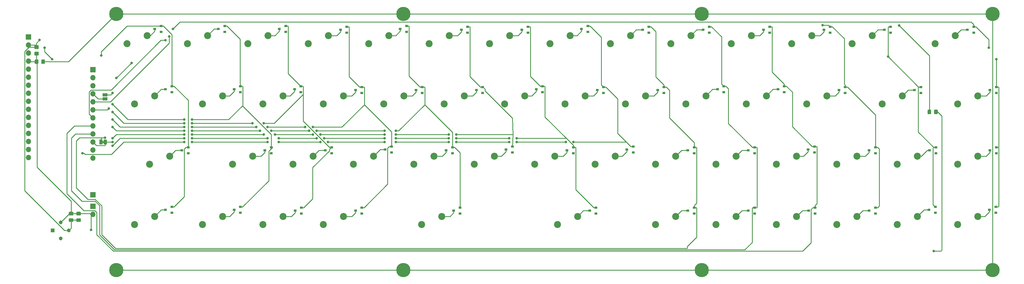
<source format=gbr>
G04 #@! TF.GenerationSoftware,KiCad,Pcbnew,(5.1.5)-3*
G04 #@! TF.CreationDate,2021-01-28T08:37:11+08:00*
G04 #@! TF.ProjectId,k54,6b35342e-6b69-4636-9164-5f7063625858,rev?*
G04 #@! TF.SameCoordinates,Original*
G04 #@! TF.FileFunction,Copper,L2,Bot*
G04 #@! TF.FilePolarity,Positive*
%FSLAX46Y46*%
G04 Gerber Fmt 4.6, Leading zero omitted, Abs format (unit mm)*
G04 Created by KiCad (PCBNEW (5.1.5)-3) date 2021-01-28 08:37:11*
%MOMM*%
%LPD*%
G04 APERTURE LIST*
%ADD10C,0.100000*%
%ADD11C,1.198000*%
%ADD12R,1.198000X1.198000*%
%ADD13O,1.700000X1.700000*%
%ADD14R,1.700000X1.700000*%
%ADD15C,2.200000*%
%ADD16R,1.000000X1.500000*%
%ADD17R,1.500000X1.000000*%
%ADD18C,4.500000*%
%ADD19R,0.900000X0.800000*%
%ADD20C,0.800000*%
%ADD21C,0.250000*%
G04 APERTURE END LIST*
D10*
G36*
X285380000Y-228300000D02*
G01*
X284880000Y-228300000D01*
X284880000Y-228900000D01*
X285380000Y-228900000D01*
X285380000Y-228300000D01*
G37*
G04 #@! TA.AperFunction,SMDPad,CuDef*
G36*
X264509505Y-202501204D02*
G01*
X264533773Y-202504804D01*
X264557572Y-202510765D01*
X264580671Y-202519030D01*
X264602850Y-202529520D01*
X264623893Y-202542132D01*
X264643599Y-202556747D01*
X264661777Y-202573223D01*
X264678253Y-202591401D01*
X264692868Y-202611107D01*
X264705480Y-202632150D01*
X264715970Y-202654329D01*
X264724235Y-202677428D01*
X264730196Y-202701227D01*
X264733796Y-202725495D01*
X264735000Y-202749999D01*
X264735000Y-203650001D01*
X264733796Y-203674505D01*
X264730196Y-203698773D01*
X264724235Y-203722572D01*
X264715970Y-203745671D01*
X264705480Y-203767850D01*
X264692868Y-203788893D01*
X264678253Y-203808599D01*
X264661777Y-203826777D01*
X264643599Y-203843253D01*
X264623893Y-203857868D01*
X264602850Y-203870480D01*
X264580671Y-203880970D01*
X264557572Y-203889235D01*
X264533773Y-203895196D01*
X264509505Y-203898796D01*
X264485001Y-203900000D01*
X263834999Y-203900000D01*
X263810495Y-203898796D01*
X263786227Y-203895196D01*
X263762428Y-203889235D01*
X263739329Y-203880970D01*
X263717150Y-203870480D01*
X263696107Y-203857868D01*
X263676401Y-203843253D01*
X263658223Y-203826777D01*
X263641747Y-203808599D01*
X263627132Y-203788893D01*
X263614520Y-203767850D01*
X263604030Y-203745671D01*
X263595765Y-203722572D01*
X263589804Y-203698773D01*
X263586204Y-203674505D01*
X263585000Y-203650001D01*
X263585000Y-202749999D01*
X263586204Y-202725495D01*
X263589804Y-202701227D01*
X263595765Y-202677428D01*
X263604030Y-202654329D01*
X263614520Y-202632150D01*
X263627132Y-202611107D01*
X263641747Y-202591401D01*
X263658223Y-202573223D01*
X263676401Y-202556747D01*
X263696107Y-202542132D01*
X263717150Y-202529520D01*
X263739329Y-202519030D01*
X263762428Y-202510765D01*
X263786227Y-202504804D01*
X263810495Y-202501204D01*
X263834999Y-202500000D01*
X264485001Y-202500000D01*
X264509505Y-202501204D01*
G37*
G04 #@! TD.AperFunction*
G04 #@! TA.AperFunction,SMDPad,CuDef*
G36*
X266559505Y-202501204D02*
G01*
X266583773Y-202504804D01*
X266607572Y-202510765D01*
X266630671Y-202519030D01*
X266652850Y-202529520D01*
X266673893Y-202542132D01*
X266693599Y-202556747D01*
X266711777Y-202573223D01*
X266728253Y-202591401D01*
X266742868Y-202611107D01*
X266755480Y-202632150D01*
X266765970Y-202654329D01*
X266774235Y-202677428D01*
X266780196Y-202701227D01*
X266783796Y-202725495D01*
X266785000Y-202749999D01*
X266785000Y-203650001D01*
X266783796Y-203674505D01*
X266780196Y-203698773D01*
X266774235Y-203722572D01*
X266765970Y-203745671D01*
X266755480Y-203767850D01*
X266742868Y-203788893D01*
X266728253Y-203808599D01*
X266711777Y-203826777D01*
X266693599Y-203843253D01*
X266673893Y-203857868D01*
X266652850Y-203870480D01*
X266630671Y-203880970D01*
X266607572Y-203889235D01*
X266583773Y-203895196D01*
X266559505Y-203898796D01*
X266535001Y-203900000D01*
X265884999Y-203900000D01*
X265860495Y-203898796D01*
X265836227Y-203895196D01*
X265812428Y-203889235D01*
X265789329Y-203880970D01*
X265767150Y-203870480D01*
X265746107Y-203857868D01*
X265726401Y-203843253D01*
X265708223Y-203826777D01*
X265691747Y-203808599D01*
X265677132Y-203788893D01*
X265664520Y-203767850D01*
X265654030Y-203745671D01*
X265645765Y-203722572D01*
X265639804Y-203698773D01*
X265636204Y-203674505D01*
X265635000Y-203650001D01*
X265635000Y-202749999D01*
X265636204Y-202725495D01*
X265639804Y-202701227D01*
X265645765Y-202677428D01*
X265654030Y-202654329D01*
X265664520Y-202632150D01*
X265677132Y-202611107D01*
X265691747Y-202591401D01*
X265708223Y-202573223D01*
X265726401Y-202556747D01*
X265746107Y-202542132D01*
X265767150Y-202529520D01*
X265789329Y-202519030D01*
X265812428Y-202510765D01*
X265836227Y-202504804D01*
X265860495Y-202501204D01*
X265884999Y-202500000D01*
X266535001Y-202500000D01*
X266559505Y-202501204D01*
G37*
G04 #@! TD.AperFunction*
D11*
X271780000Y-259080000D03*
X271780000Y-254000000D03*
X274320000Y-256540000D03*
D12*
X269240000Y-256540000D03*
D13*
X281940000Y-251460000D03*
D14*
X281940000Y-248920000D03*
D15*
X554593125Y-254635000D03*
X560943125Y-252095000D03*
X554593125Y-235585000D03*
X560943125Y-233045000D03*
X554593125Y-216535000D03*
X560943125Y-213995000D03*
X547449375Y-197485000D03*
X553799375Y-194945000D03*
X535543125Y-254635000D03*
X541893125Y-252095000D03*
X535543125Y-235585000D03*
X541893125Y-233045000D03*
X530780625Y-216535000D03*
X537130625Y-213995000D03*
X521255625Y-197485000D03*
X527605625Y-194945000D03*
X516493125Y-254635000D03*
X522843125Y-252095000D03*
X516493125Y-235585000D03*
X522843125Y-233045000D03*
X506968125Y-216535000D03*
X513318125Y-213995000D03*
X502205625Y-197485000D03*
X508555625Y-194945000D03*
X497443125Y-254635000D03*
X503793125Y-252095000D03*
X497443125Y-235585000D03*
X503793125Y-233045000D03*
X487918125Y-216535000D03*
X494268125Y-213995000D03*
X483155625Y-197485000D03*
X489505625Y-194945000D03*
X478393125Y-254635000D03*
X484743125Y-252095000D03*
X478393125Y-235585000D03*
X484743125Y-233045000D03*
X468868125Y-216535000D03*
X475218125Y-213995000D03*
X464105625Y-197485000D03*
X470455625Y-194945000D03*
X459343125Y-254635000D03*
X465693125Y-252095000D03*
X459343125Y-235585000D03*
X465693125Y-233045000D03*
X449818125Y-216535000D03*
X456168125Y-213995000D03*
X445055625Y-197485000D03*
X451405625Y-194945000D03*
X440293125Y-235585000D03*
X446643125Y-233045000D03*
X430768125Y-216535000D03*
X437118125Y-213995000D03*
X426005625Y-197485000D03*
X432355625Y-194945000D03*
X428386875Y-254635000D03*
X434736875Y-252095000D03*
X421243125Y-235585000D03*
X427593125Y-233045000D03*
X411718125Y-216535000D03*
X418068125Y-213995000D03*
X406955625Y-197485000D03*
X413305625Y-194945000D03*
X402193125Y-235585000D03*
X408543125Y-233045000D03*
X392668125Y-216535000D03*
X399018125Y-213995000D03*
X387905625Y-197485000D03*
X394255625Y-194945000D03*
X385524375Y-254635000D03*
X391874375Y-252095000D03*
X383143125Y-235585000D03*
X389493125Y-233045000D03*
X373618125Y-216535000D03*
X379968125Y-213995000D03*
X368855625Y-197485000D03*
X375205625Y-194945000D03*
X354568125Y-254635000D03*
X360918125Y-252095000D03*
X364093125Y-235585000D03*
X370443125Y-233045000D03*
X354568125Y-216535000D03*
X360918125Y-213995000D03*
X349805625Y-197485000D03*
X356155625Y-194945000D03*
X335518125Y-254635000D03*
X341868125Y-252095000D03*
X345043125Y-235585000D03*
X351393125Y-233045000D03*
X335518125Y-216535000D03*
X341868125Y-213995000D03*
X330755625Y-197485000D03*
X337105625Y-194945000D03*
X316468125Y-254635000D03*
X322818125Y-252095000D03*
X325993125Y-235585000D03*
X332343125Y-233045000D03*
X316468125Y-216535000D03*
X322818125Y-213995000D03*
X311705625Y-197485000D03*
X318055625Y-194945000D03*
X295036875Y-254635000D03*
X301386875Y-252095000D03*
X299799375Y-235585000D03*
X306149375Y-233045000D03*
X295036875Y-216535000D03*
X301386875Y-213995000D03*
X292655625Y-197485000D03*
X299005625Y-194945000D03*
D16*
X284480000Y-228600000D03*
X285780000Y-228600000D03*
D17*
X285750000Y-214962500D03*
X285750000Y-213662500D03*
D14*
X281937780Y-245268750D03*
D13*
X281940000Y-233680000D03*
X281940000Y-231140000D03*
X281940000Y-228600000D03*
X281940000Y-226060000D03*
X281940000Y-223520000D03*
X281940000Y-220980000D03*
X281940000Y-218440000D03*
X281940000Y-215900000D03*
X281940000Y-213360000D03*
X281940000Y-210820000D03*
X281940000Y-208280000D03*
D14*
X281940000Y-205740000D03*
D13*
X261620000Y-233521250D03*
X261620000Y-230981250D03*
X261620000Y-228441250D03*
X261620000Y-225901250D03*
X261620000Y-223361250D03*
X261620000Y-220821250D03*
X261620000Y-218281250D03*
X261620000Y-215741250D03*
X261620000Y-213201250D03*
X261620000Y-210661250D03*
X261620000Y-208121250D03*
X261620000Y-205581250D03*
X261620000Y-203041250D03*
X261620000Y-200501250D03*
X261620000Y-197961250D03*
D14*
X261620000Y-195421250D03*
D18*
X565546875Y-188118750D03*
X473868750Y-269081250D03*
X565546875Y-269081250D03*
X473868750Y-188118750D03*
X379809375Y-188118750D03*
X379809375Y-269081250D03*
X289321875Y-269081250D03*
X289321875Y-188118750D03*
D19*
X564546875Y-250031250D03*
X566546875Y-250981250D03*
X566546875Y-249081250D03*
X564737500Y-231221875D03*
X566737500Y-232171875D03*
X566737500Y-230271875D03*
X564737500Y-212171875D03*
X566737500Y-213121875D03*
X566737500Y-211221875D03*
X557593750Y-193121875D03*
X559593750Y-194071875D03*
X559593750Y-192171875D03*
X545496875Y-250031250D03*
X547496875Y-250981250D03*
X547496875Y-249081250D03*
X545687500Y-231221875D03*
X547687500Y-232171875D03*
X547687500Y-230271875D03*
X540925000Y-212171875D03*
X542925000Y-213121875D03*
X542925000Y-211221875D03*
X531400000Y-193121875D03*
X533400000Y-194071875D03*
X533400000Y-192171875D03*
X528637500Y-249321875D03*
X528637500Y-251221875D03*
X526637500Y-250271875D03*
X526637500Y-231221875D03*
X528637500Y-232171875D03*
X528637500Y-230271875D03*
X517112500Y-212171875D03*
X519112500Y-213121875D03*
X519112500Y-211221875D03*
X512350000Y-193121875D03*
X514350000Y-194071875D03*
X514350000Y-192171875D03*
X507587500Y-250271875D03*
X509587500Y-251221875D03*
X509587500Y-249321875D03*
X507396875Y-230981250D03*
X509396875Y-231931250D03*
X509396875Y-230031250D03*
X497871875Y-211931250D03*
X499871875Y-212881250D03*
X499871875Y-210981250D03*
X493300000Y-193121875D03*
X495300000Y-194071875D03*
X495300000Y-192171875D03*
X488537500Y-250271875D03*
X490537500Y-251221875D03*
X490537500Y-249321875D03*
X488537500Y-231221875D03*
X490537500Y-232171875D03*
X490537500Y-230271875D03*
X478821875Y-211931250D03*
X480821875Y-212881250D03*
X480821875Y-210981250D03*
X474250000Y-193121875D03*
X476250000Y-194071875D03*
X476250000Y-192171875D03*
X469487500Y-250271875D03*
X471487500Y-251221875D03*
X471487500Y-249321875D03*
X469487500Y-231221875D03*
X471487500Y-232171875D03*
X471487500Y-230271875D03*
X459962500Y-212171875D03*
X461962500Y-213121875D03*
X461962500Y-211221875D03*
X455200000Y-193121875D03*
X457200000Y-194071875D03*
X457200000Y-192171875D03*
X450246875Y-230981250D03*
X452246875Y-231931250D03*
X452246875Y-230031250D03*
X440912500Y-212171875D03*
X442912500Y-213121875D03*
X442912500Y-211221875D03*
X435959375Y-192881250D03*
X437959375Y-193831250D03*
X437959375Y-191931250D03*
X438531250Y-250271875D03*
X440531250Y-251221875D03*
X440531250Y-249321875D03*
X431387500Y-231221875D03*
X433387500Y-232171875D03*
X433387500Y-230271875D03*
X421671875Y-211931250D03*
X423671875Y-212881250D03*
X423671875Y-210981250D03*
X417100000Y-193121875D03*
X419100000Y-194071875D03*
X419100000Y-192171875D03*
X412146875Y-230981250D03*
X414146875Y-231931250D03*
X414146875Y-230031250D03*
X402812500Y-212171875D03*
X404812500Y-213121875D03*
X404812500Y-211221875D03*
X398050000Y-193121875D03*
X400050000Y-194071875D03*
X400050000Y-192171875D03*
X395668750Y-250271875D03*
X397668750Y-251221875D03*
X397668750Y-249321875D03*
X393287500Y-231221875D03*
X395287500Y-232171875D03*
X395287500Y-230271875D03*
X383762500Y-212171875D03*
X385762500Y-213121875D03*
X385762500Y-211221875D03*
X378809375Y-192881250D03*
X380809375Y-193831250D03*
X380809375Y-191931250D03*
X364712500Y-250271875D03*
X366712500Y-251221875D03*
X366712500Y-249321875D03*
X374046875Y-230981250D03*
X376046875Y-231931250D03*
X376046875Y-230031250D03*
X364712500Y-212171875D03*
X366712500Y-213121875D03*
X366712500Y-211221875D03*
X359950000Y-193121875D03*
X361950000Y-194071875D03*
X361950000Y-192171875D03*
X345662500Y-250271875D03*
X347662500Y-251221875D03*
X347662500Y-249321875D03*
X355187500Y-231221875D03*
X357187500Y-232171875D03*
X357187500Y-230271875D03*
X345471875Y-211931250D03*
X347471875Y-212881250D03*
X347471875Y-210981250D03*
X340709375Y-192881250D03*
X342709375Y-193831250D03*
X342709375Y-191931250D03*
X326421875Y-250031250D03*
X328421875Y-250981250D03*
X328421875Y-249081250D03*
X336137500Y-231221875D03*
X338137500Y-232171875D03*
X338137500Y-230271875D03*
X326421875Y-211931250D03*
X328421875Y-212881250D03*
X328421875Y-210981250D03*
X321468750Y-192881250D03*
X323468750Y-193831250D03*
X323468750Y-191931250D03*
X304800000Y-250031250D03*
X306800000Y-250981250D03*
X306800000Y-249081250D03*
X309943750Y-231221875D03*
X311943750Y-232171875D03*
X311943750Y-230271875D03*
X304800000Y-211931250D03*
X306800000Y-212881250D03*
X306800000Y-210981250D03*
X301418750Y-192881250D03*
X303418750Y-193831250D03*
X303418750Y-191931250D03*
G04 #@! TA.AperFunction,SMDPad,CuDef*
D10*
G36*
X264634505Y-200086204D02*
G01*
X264658773Y-200089804D01*
X264682572Y-200095765D01*
X264705671Y-200104030D01*
X264727850Y-200114520D01*
X264748893Y-200127132D01*
X264768599Y-200141747D01*
X264786777Y-200158223D01*
X264803253Y-200176401D01*
X264817868Y-200196107D01*
X264830480Y-200217150D01*
X264840970Y-200239329D01*
X264849235Y-200262428D01*
X264855196Y-200286227D01*
X264858796Y-200310495D01*
X264860000Y-200334999D01*
X264860000Y-200985001D01*
X264858796Y-201009505D01*
X264855196Y-201033773D01*
X264849235Y-201057572D01*
X264840970Y-201080671D01*
X264830480Y-201102850D01*
X264817868Y-201123893D01*
X264803253Y-201143599D01*
X264786777Y-201161777D01*
X264768599Y-201178253D01*
X264748893Y-201192868D01*
X264727850Y-201205480D01*
X264705671Y-201215970D01*
X264682572Y-201224235D01*
X264658773Y-201230196D01*
X264634505Y-201233796D01*
X264610001Y-201235000D01*
X263709999Y-201235000D01*
X263685495Y-201233796D01*
X263661227Y-201230196D01*
X263637428Y-201224235D01*
X263614329Y-201215970D01*
X263592150Y-201205480D01*
X263571107Y-201192868D01*
X263551401Y-201178253D01*
X263533223Y-201161777D01*
X263516747Y-201143599D01*
X263502132Y-201123893D01*
X263489520Y-201102850D01*
X263479030Y-201080671D01*
X263470765Y-201057572D01*
X263464804Y-201033773D01*
X263461204Y-201009505D01*
X263460000Y-200985001D01*
X263460000Y-200334999D01*
X263461204Y-200310495D01*
X263464804Y-200286227D01*
X263470765Y-200262428D01*
X263479030Y-200239329D01*
X263489520Y-200217150D01*
X263502132Y-200196107D01*
X263516747Y-200176401D01*
X263533223Y-200158223D01*
X263551401Y-200141747D01*
X263571107Y-200127132D01*
X263592150Y-200114520D01*
X263614329Y-200104030D01*
X263637428Y-200095765D01*
X263661227Y-200089804D01*
X263685495Y-200086204D01*
X263709999Y-200085000D01*
X264610001Y-200085000D01*
X264634505Y-200086204D01*
G37*
G04 #@! TD.AperFunction*
G04 #@! TA.AperFunction,SMDPad,CuDef*
G36*
X264634505Y-198036204D02*
G01*
X264658773Y-198039804D01*
X264682572Y-198045765D01*
X264705671Y-198054030D01*
X264727850Y-198064520D01*
X264748893Y-198077132D01*
X264768599Y-198091747D01*
X264786777Y-198108223D01*
X264803253Y-198126401D01*
X264817868Y-198146107D01*
X264830480Y-198167150D01*
X264840970Y-198189329D01*
X264849235Y-198212428D01*
X264855196Y-198236227D01*
X264858796Y-198260495D01*
X264860000Y-198284999D01*
X264860000Y-198935001D01*
X264858796Y-198959505D01*
X264855196Y-198983773D01*
X264849235Y-199007572D01*
X264840970Y-199030671D01*
X264830480Y-199052850D01*
X264817868Y-199073893D01*
X264803253Y-199093599D01*
X264786777Y-199111777D01*
X264768599Y-199128253D01*
X264748893Y-199142868D01*
X264727850Y-199155480D01*
X264705671Y-199165970D01*
X264682572Y-199174235D01*
X264658773Y-199180196D01*
X264634505Y-199183796D01*
X264610001Y-199185000D01*
X263709999Y-199185000D01*
X263685495Y-199183796D01*
X263661227Y-199180196D01*
X263637428Y-199174235D01*
X263614329Y-199165970D01*
X263592150Y-199155480D01*
X263571107Y-199142868D01*
X263551401Y-199128253D01*
X263533223Y-199111777D01*
X263516747Y-199093599D01*
X263502132Y-199073893D01*
X263489520Y-199052850D01*
X263479030Y-199030671D01*
X263470765Y-199007572D01*
X263464804Y-198983773D01*
X263461204Y-198959505D01*
X263460000Y-198935001D01*
X263460000Y-198284999D01*
X263461204Y-198260495D01*
X263464804Y-198236227D01*
X263470765Y-198212428D01*
X263479030Y-198189329D01*
X263489520Y-198167150D01*
X263502132Y-198146107D01*
X263516747Y-198126401D01*
X263533223Y-198108223D01*
X263551401Y-198091747D01*
X263571107Y-198077132D01*
X263592150Y-198064520D01*
X263614329Y-198054030D01*
X263637428Y-198045765D01*
X263661227Y-198039804D01*
X263685495Y-198036204D01*
X263709999Y-198035000D01*
X264610001Y-198035000D01*
X264634505Y-198036204D01*
G37*
G04 #@! TD.AperFunction*
G04 #@! TA.AperFunction,SMDPad,CuDef*
G36*
X277890130Y-250648079D02*
G01*
X277914398Y-250651679D01*
X277938197Y-250657640D01*
X277961296Y-250665905D01*
X277983475Y-250676395D01*
X278004518Y-250689007D01*
X278024224Y-250703622D01*
X278042402Y-250720098D01*
X278058878Y-250738276D01*
X278073493Y-250757982D01*
X278086105Y-250779025D01*
X278096595Y-250801204D01*
X278104860Y-250824303D01*
X278110821Y-250848102D01*
X278114421Y-250872370D01*
X278115625Y-250896874D01*
X278115625Y-251546876D01*
X278114421Y-251571380D01*
X278110821Y-251595648D01*
X278104860Y-251619447D01*
X278096595Y-251642546D01*
X278086105Y-251664725D01*
X278073493Y-251685768D01*
X278058878Y-251705474D01*
X278042402Y-251723652D01*
X278024224Y-251740128D01*
X278004518Y-251754743D01*
X277983475Y-251767355D01*
X277961296Y-251777845D01*
X277938197Y-251786110D01*
X277914398Y-251792071D01*
X277890130Y-251795671D01*
X277865626Y-251796875D01*
X276965624Y-251796875D01*
X276941120Y-251795671D01*
X276916852Y-251792071D01*
X276893053Y-251786110D01*
X276869954Y-251777845D01*
X276847775Y-251767355D01*
X276826732Y-251754743D01*
X276807026Y-251740128D01*
X276788848Y-251723652D01*
X276772372Y-251705474D01*
X276757757Y-251685768D01*
X276745145Y-251664725D01*
X276734655Y-251642546D01*
X276726390Y-251619447D01*
X276720429Y-251595648D01*
X276716829Y-251571380D01*
X276715625Y-251546876D01*
X276715625Y-250896874D01*
X276716829Y-250872370D01*
X276720429Y-250848102D01*
X276726390Y-250824303D01*
X276734655Y-250801204D01*
X276745145Y-250779025D01*
X276757757Y-250757982D01*
X276772372Y-250738276D01*
X276788848Y-250720098D01*
X276807026Y-250703622D01*
X276826732Y-250689007D01*
X276847775Y-250676395D01*
X276869954Y-250665905D01*
X276893053Y-250657640D01*
X276916852Y-250651679D01*
X276941120Y-250648079D01*
X276965624Y-250646875D01*
X277865626Y-250646875D01*
X277890130Y-250648079D01*
G37*
G04 #@! TD.AperFunction*
G04 #@! TA.AperFunction,SMDPad,CuDef*
G36*
X277890130Y-252698079D02*
G01*
X277914398Y-252701679D01*
X277938197Y-252707640D01*
X277961296Y-252715905D01*
X277983475Y-252726395D01*
X278004518Y-252739007D01*
X278024224Y-252753622D01*
X278042402Y-252770098D01*
X278058878Y-252788276D01*
X278073493Y-252807982D01*
X278086105Y-252829025D01*
X278096595Y-252851204D01*
X278104860Y-252874303D01*
X278110821Y-252898102D01*
X278114421Y-252922370D01*
X278115625Y-252946874D01*
X278115625Y-253596876D01*
X278114421Y-253621380D01*
X278110821Y-253645648D01*
X278104860Y-253669447D01*
X278096595Y-253692546D01*
X278086105Y-253714725D01*
X278073493Y-253735768D01*
X278058878Y-253755474D01*
X278042402Y-253773652D01*
X278024224Y-253790128D01*
X278004518Y-253804743D01*
X277983475Y-253817355D01*
X277961296Y-253827845D01*
X277938197Y-253836110D01*
X277914398Y-253842071D01*
X277890130Y-253845671D01*
X277865626Y-253846875D01*
X276965624Y-253846875D01*
X276941120Y-253845671D01*
X276916852Y-253842071D01*
X276893053Y-253836110D01*
X276869954Y-253827845D01*
X276847775Y-253817355D01*
X276826732Y-253804743D01*
X276807026Y-253790128D01*
X276788848Y-253773652D01*
X276772372Y-253755474D01*
X276757757Y-253735768D01*
X276745145Y-253714725D01*
X276734655Y-253692546D01*
X276726390Y-253669447D01*
X276720429Y-253645648D01*
X276716829Y-253621380D01*
X276715625Y-253596876D01*
X276715625Y-252946874D01*
X276716829Y-252922370D01*
X276720429Y-252898102D01*
X276726390Y-252874303D01*
X276734655Y-252851204D01*
X276745145Y-252829025D01*
X276757757Y-252807982D01*
X276772372Y-252788276D01*
X276788848Y-252770098D01*
X276807026Y-252753622D01*
X276826732Y-252739007D01*
X276847775Y-252726395D01*
X276869954Y-252715905D01*
X276893053Y-252707640D01*
X276916852Y-252701679D01*
X276941120Y-252698079D01*
X276965624Y-252696875D01*
X277865626Y-252696875D01*
X277890130Y-252698079D01*
G37*
G04 #@! TD.AperFunction*
G04 #@! TA.AperFunction,SMDPad,CuDef*
G36*
X548037005Y-218376204D02*
G01*
X548061273Y-218379804D01*
X548085072Y-218385765D01*
X548108171Y-218394030D01*
X548130350Y-218404520D01*
X548151393Y-218417132D01*
X548171099Y-218431747D01*
X548189277Y-218448223D01*
X548205753Y-218466401D01*
X548220368Y-218486107D01*
X548232980Y-218507150D01*
X548243470Y-218529329D01*
X548251735Y-218552428D01*
X548257696Y-218576227D01*
X548261296Y-218600495D01*
X548262500Y-218624999D01*
X548262500Y-219525001D01*
X548261296Y-219549505D01*
X548257696Y-219573773D01*
X548251735Y-219597572D01*
X548243470Y-219620671D01*
X548232980Y-219642850D01*
X548220368Y-219663893D01*
X548205753Y-219683599D01*
X548189277Y-219701777D01*
X548171099Y-219718253D01*
X548151393Y-219732868D01*
X548130350Y-219745480D01*
X548108171Y-219755970D01*
X548085072Y-219764235D01*
X548061273Y-219770196D01*
X548037005Y-219773796D01*
X548012501Y-219775000D01*
X547362499Y-219775000D01*
X547337995Y-219773796D01*
X547313727Y-219770196D01*
X547289928Y-219764235D01*
X547266829Y-219755970D01*
X547244650Y-219745480D01*
X547223607Y-219732868D01*
X547203901Y-219718253D01*
X547185723Y-219701777D01*
X547169247Y-219683599D01*
X547154632Y-219663893D01*
X547142020Y-219642850D01*
X547131530Y-219620671D01*
X547123265Y-219597572D01*
X547117304Y-219573773D01*
X547113704Y-219549505D01*
X547112500Y-219525001D01*
X547112500Y-218624999D01*
X547113704Y-218600495D01*
X547117304Y-218576227D01*
X547123265Y-218552428D01*
X547131530Y-218529329D01*
X547142020Y-218507150D01*
X547154632Y-218486107D01*
X547169247Y-218466401D01*
X547185723Y-218448223D01*
X547203901Y-218431747D01*
X547223607Y-218417132D01*
X547244650Y-218404520D01*
X547266829Y-218394030D01*
X547289928Y-218385765D01*
X547313727Y-218379804D01*
X547337995Y-218376204D01*
X547362499Y-218375000D01*
X548012501Y-218375000D01*
X548037005Y-218376204D01*
G37*
G04 #@! TD.AperFunction*
G04 #@! TA.AperFunction,SMDPad,CuDef*
G36*
X545987005Y-218376204D02*
G01*
X546011273Y-218379804D01*
X546035072Y-218385765D01*
X546058171Y-218394030D01*
X546080350Y-218404520D01*
X546101393Y-218417132D01*
X546121099Y-218431747D01*
X546139277Y-218448223D01*
X546155753Y-218466401D01*
X546170368Y-218486107D01*
X546182980Y-218507150D01*
X546193470Y-218529329D01*
X546201735Y-218552428D01*
X546207696Y-218576227D01*
X546211296Y-218600495D01*
X546212500Y-218624999D01*
X546212500Y-219525001D01*
X546211296Y-219549505D01*
X546207696Y-219573773D01*
X546201735Y-219597572D01*
X546193470Y-219620671D01*
X546182980Y-219642850D01*
X546170368Y-219663893D01*
X546155753Y-219683599D01*
X546139277Y-219701777D01*
X546121099Y-219718253D01*
X546101393Y-219732868D01*
X546080350Y-219745480D01*
X546058171Y-219755970D01*
X546035072Y-219764235D01*
X546011273Y-219770196D01*
X545987005Y-219773796D01*
X545962501Y-219775000D01*
X545312499Y-219775000D01*
X545287995Y-219773796D01*
X545263727Y-219770196D01*
X545239928Y-219764235D01*
X545216829Y-219755970D01*
X545194650Y-219745480D01*
X545173607Y-219732868D01*
X545153901Y-219718253D01*
X545135723Y-219701777D01*
X545119247Y-219683599D01*
X545104632Y-219663893D01*
X545092020Y-219642850D01*
X545081530Y-219620671D01*
X545073265Y-219597572D01*
X545067304Y-219573773D01*
X545063704Y-219549505D01*
X545062500Y-219525001D01*
X545062500Y-218624999D01*
X545063704Y-218600495D01*
X545067304Y-218576227D01*
X545073265Y-218552428D01*
X545081530Y-218529329D01*
X545092020Y-218507150D01*
X545104632Y-218486107D01*
X545119247Y-218466401D01*
X545135723Y-218448223D01*
X545153901Y-218431747D01*
X545173607Y-218417132D01*
X545194650Y-218404520D01*
X545216829Y-218394030D01*
X545239928Y-218385765D01*
X545263727Y-218379804D01*
X545287995Y-218376204D01*
X545312499Y-218375000D01*
X545962501Y-218375000D01*
X545987005Y-218376204D01*
G37*
G04 #@! TD.AperFunction*
G04 #@! TA.AperFunction,SMDPad,CuDef*
G36*
X275508880Y-250648079D02*
G01*
X275533148Y-250651679D01*
X275556947Y-250657640D01*
X275580046Y-250665905D01*
X275602225Y-250676395D01*
X275623268Y-250689007D01*
X275642974Y-250703622D01*
X275661152Y-250720098D01*
X275677628Y-250738276D01*
X275692243Y-250757982D01*
X275704855Y-250779025D01*
X275715345Y-250801204D01*
X275723610Y-250824303D01*
X275729571Y-250848102D01*
X275733171Y-250872370D01*
X275734375Y-250896874D01*
X275734375Y-251546876D01*
X275733171Y-251571380D01*
X275729571Y-251595648D01*
X275723610Y-251619447D01*
X275715345Y-251642546D01*
X275704855Y-251664725D01*
X275692243Y-251685768D01*
X275677628Y-251705474D01*
X275661152Y-251723652D01*
X275642974Y-251740128D01*
X275623268Y-251754743D01*
X275602225Y-251767355D01*
X275580046Y-251777845D01*
X275556947Y-251786110D01*
X275533148Y-251792071D01*
X275508880Y-251795671D01*
X275484376Y-251796875D01*
X274584374Y-251796875D01*
X274559870Y-251795671D01*
X274535602Y-251792071D01*
X274511803Y-251786110D01*
X274488704Y-251777845D01*
X274466525Y-251767355D01*
X274445482Y-251754743D01*
X274425776Y-251740128D01*
X274407598Y-251723652D01*
X274391122Y-251705474D01*
X274376507Y-251685768D01*
X274363895Y-251664725D01*
X274353405Y-251642546D01*
X274345140Y-251619447D01*
X274339179Y-251595648D01*
X274335579Y-251571380D01*
X274334375Y-251546876D01*
X274334375Y-250896874D01*
X274335579Y-250872370D01*
X274339179Y-250848102D01*
X274345140Y-250824303D01*
X274353405Y-250801204D01*
X274363895Y-250779025D01*
X274376507Y-250757982D01*
X274391122Y-250738276D01*
X274407598Y-250720098D01*
X274425776Y-250703622D01*
X274445482Y-250689007D01*
X274466525Y-250676395D01*
X274488704Y-250665905D01*
X274511803Y-250657640D01*
X274535602Y-250651679D01*
X274559870Y-250648079D01*
X274584374Y-250646875D01*
X275484376Y-250646875D01*
X275508880Y-250648079D01*
G37*
G04 #@! TD.AperFunction*
G04 #@! TA.AperFunction,SMDPad,CuDef*
G36*
X275508880Y-252698079D02*
G01*
X275533148Y-252701679D01*
X275556947Y-252707640D01*
X275580046Y-252715905D01*
X275602225Y-252726395D01*
X275623268Y-252739007D01*
X275642974Y-252753622D01*
X275661152Y-252770098D01*
X275677628Y-252788276D01*
X275692243Y-252807982D01*
X275704855Y-252829025D01*
X275715345Y-252851204D01*
X275723610Y-252874303D01*
X275729571Y-252898102D01*
X275733171Y-252922370D01*
X275734375Y-252946874D01*
X275734375Y-253596876D01*
X275733171Y-253621380D01*
X275729571Y-253645648D01*
X275723610Y-253669447D01*
X275715345Y-253692546D01*
X275704855Y-253714725D01*
X275692243Y-253735768D01*
X275677628Y-253755474D01*
X275661152Y-253773652D01*
X275642974Y-253790128D01*
X275623268Y-253804743D01*
X275602225Y-253817355D01*
X275580046Y-253827845D01*
X275556947Y-253836110D01*
X275533148Y-253842071D01*
X275508880Y-253845671D01*
X275484376Y-253846875D01*
X274584374Y-253846875D01*
X274559870Y-253845671D01*
X274535602Y-253842071D01*
X274511803Y-253836110D01*
X274488704Y-253827845D01*
X274466525Y-253817355D01*
X274445482Y-253804743D01*
X274425776Y-253790128D01*
X274407598Y-253773652D01*
X274391122Y-253755474D01*
X274376507Y-253735768D01*
X274363895Y-253714725D01*
X274353405Y-253692546D01*
X274345140Y-253669447D01*
X274339179Y-253645648D01*
X274335579Y-253621380D01*
X274334375Y-253596876D01*
X274334375Y-252946874D01*
X274335579Y-252922370D01*
X274339179Y-252898102D01*
X274345140Y-252874303D01*
X274353405Y-252851204D01*
X274363895Y-252829025D01*
X274376507Y-252807982D01*
X274391122Y-252788276D01*
X274407598Y-252770098D01*
X274425776Y-252753622D01*
X274445482Y-252739007D01*
X274466525Y-252726395D01*
X274488704Y-252715905D01*
X274511803Y-252707640D01*
X274535602Y-252701679D01*
X274559870Y-252698079D01*
X274584374Y-252696875D01*
X275484376Y-252696875D01*
X275508880Y-252698079D01*
G37*
G04 #@! TD.AperFunction*
D20*
X547052500Y-263048750D03*
X281305000Y-256381250D03*
X536098750Y-191770000D03*
X265112500Y-196373750D03*
X284559375Y-201215625D03*
X288131250Y-216693750D03*
X310753125Y-221456250D03*
X313134375Y-221456250D03*
X288131250Y-219075000D03*
X310753125Y-222646875D03*
X313134375Y-222646875D03*
X332184375Y-222646875D03*
X335756250Y-222646875D03*
X288131250Y-221456250D03*
X310753125Y-223837500D03*
X313134375Y-223837500D03*
X333375000Y-223837500D03*
X336946875Y-223837500D03*
X348853125Y-223837500D03*
X351234375Y-223837500D03*
X288131250Y-223837500D03*
X310753125Y-225028125D03*
X313134375Y-225028125D03*
X334565625Y-225028125D03*
X338137500Y-225028125D03*
X350043750Y-225028125D03*
X352425000Y-225028125D03*
X373856250Y-225028125D03*
X377428125Y-225028125D03*
X288131250Y-227409375D03*
X310753125Y-226218750D03*
X313134375Y-226218750D03*
X335756250Y-226218750D03*
X339328125Y-226218750D03*
X351234375Y-226218750D03*
X353615625Y-226218750D03*
X373856250Y-226218750D03*
X377428125Y-226218750D03*
X394096875Y-226218750D03*
X396478125Y-226218750D03*
X288131250Y-229790625D03*
X310753125Y-227409375D03*
X313134375Y-227409375D03*
X336946875Y-227409375D03*
X340518750Y-227409375D03*
X352425000Y-227409375D03*
X354806250Y-227409375D03*
X373856250Y-227409375D03*
X377428125Y-227409375D03*
X394096875Y-227409375D03*
X396478125Y-227409375D03*
X413146875Y-227409375D03*
X415528125Y-227409375D03*
X278606250Y-232171875D03*
X310753125Y-228600000D03*
X313134375Y-228600000D03*
X336946875Y-228600000D03*
X340518750Y-228600000D03*
X353615625Y-228600000D03*
X355996875Y-228600000D03*
X373856250Y-228600000D03*
X377428125Y-228600000D03*
X394096875Y-228600000D03*
X396478125Y-228600000D03*
X413146875Y-228600000D03*
X415528125Y-228600000D03*
X431006250Y-228600000D03*
X433389215Y-228598285D03*
X285750000Y-227249998D03*
X304800000Y-196453125D03*
X511968750Y-191690625D03*
X286940625Y-217989999D03*
X289321875Y-208359375D03*
X294084375Y-203596875D03*
X532624999Y-201621874D03*
X305990625Y-195262500D03*
X307181250Y-192881250D03*
X564356250Y-198834375D03*
X566737500Y-202406250D03*
X288131250Y-213121875D03*
X288131250Y-228600000D03*
X266700000Y-198834375D03*
X269081250Y-202406250D03*
D21*
X264160000Y-200660000D02*
X264160000Y-203200000D01*
X261778750Y-203200000D02*
X261620000Y-203041250D01*
X264160000Y-203200000D02*
X261778750Y-203200000D01*
X274558125Y-251221875D02*
X275034375Y-251221875D01*
X271780000Y-254000000D02*
X274558125Y-251221875D01*
X277415625Y-251221875D02*
X275034375Y-251221875D01*
X281701875Y-251221875D02*
X281940000Y-251460000D01*
X277415625Y-251221875D02*
X281701875Y-251221875D01*
X264160000Y-203900000D02*
X264318750Y-204058750D01*
X264318750Y-204058750D02*
X264318750Y-236587748D01*
X264318750Y-236587748D02*
X275034375Y-247303373D01*
X264160000Y-203200000D02*
X264160000Y-203900000D01*
X275034375Y-247303373D02*
X275034375Y-251221875D01*
X548262500Y-219075000D02*
X549592500Y-220405000D01*
X547687500Y-219075000D02*
X548262500Y-219075000D01*
X549592500Y-220405000D02*
X549592500Y-262731250D01*
X549592500Y-262731250D02*
X549275000Y-263048750D01*
X549275000Y-263048750D02*
X547052500Y-263048750D01*
X281305000Y-252095000D02*
X281940000Y-251460000D01*
X281305000Y-256381250D02*
X281305000Y-252095000D01*
X264160000Y-198035000D02*
X264160000Y-198610000D01*
X264086250Y-197961250D02*
X264160000Y-198035000D01*
X261620000Y-197961250D02*
X264086250Y-197961250D01*
X273472887Y-256540000D02*
X274320000Y-256540000D01*
X272952478Y-256540000D02*
X273472887Y-256540000D01*
X260444999Y-244032521D02*
X272952478Y-256540000D01*
X260444999Y-199937249D02*
X260444999Y-244032521D01*
X261772248Y-198610000D02*
X260444999Y-199937249D01*
X264160000Y-198610000D02*
X261772248Y-198610000D01*
X275034375Y-255825625D02*
X274320000Y-256540000D01*
X275034375Y-253271875D02*
X275034375Y-255825625D01*
X275034375Y-253271875D02*
X277415625Y-253271875D01*
X545637500Y-219075000D02*
X545637500Y-201308750D01*
X545637500Y-201308750D02*
X536098750Y-191770000D01*
X264160000Y-197326250D02*
X264160000Y-198610000D01*
X265112500Y-196373750D02*
X264160000Y-197326250D01*
X301418750Y-193531250D02*
X300005000Y-194945000D01*
X300005000Y-194945000D02*
X299005625Y-194945000D01*
X301418750Y-192881250D02*
X301418750Y-193531250D01*
X306800000Y-210331250D02*
X306800000Y-210981250D01*
X306800000Y-194612500D02*
X306800000Y-210331250D01*
X304118750Y-191931250D02*
X306800000Y-194612500D01*
X303418750Y-191931250D02*
X304118750Y-191931250D01*
X311943750Y-229621875D02*
X311943750Y-230271875D01*
X311943750Y-215425000D02*
X311943750Y-229621875D01*
X307500000Y-210981250D02*
X311943750Y-215425000D01*
X306800000Y-210981250D02*
X307500000Y-210981250D01*
X310718751Y-245862499D02*
X307500000Y-249081250D01*
X310718751Y-230796874D02*
X310718751Y-245862499D01*
X307500000Y-249081250D02*
X306800000Y-249081250D01*
X311243750Y-230271875D02*
X310718751Y-230796874D01*
X311943750Y-230271875D02*
X311243750Y-230271875D01*
X284559375Y-201215625D02*
X284559375Y-200025000D01*
X292653125Y-191931250D02*
X303418750Y-191931250D01*
X284559375Y-200025000D02*
X292653125Y-191931250D01*
X303450625Y-211931250D02*
X301386875Y-213995000D01*
X304800000Y-211931250D02*
X303450625Y-211931250D01*
X307972500Y-231221875D02*
X306149375Y-233045000D01*
X309943750Y-231221875D02*
X307972500Y-231221875D01*
X303450625Y-250031250D02*
X301386875Y-252095000D01*
X304800000Y-250031250D02*
X303450625Y-250031250D01*
X320119375Y-192881250D02*
X318055625Y-194945000D01*
X321468750Y-192881250D02*
X320119375Y-192881250D01*
X288131250Y-216693750D02*
X292893750Y-221456250D01*
X292893750Y-221456250D02*
X310753125Y-221456250D01*
X329121875Y-210981250D02*
X328421875Y-210981250D01*
X329196876Y-216975251D02*
X329196876Y-211056251D01*
X329196876Y-211056251D02*
X329121875Y-210981250D01*
X313134375Y-221456250D02*
X324715877Y-221456250D01*
X328421875Y-210331250D02*
X328421875Y-210981250D01*
X328310624Y-210219999D02*
X328421875Y-210331250D01*
X328310624Y-196073124D02*
X328310624Y-210219999D01*
X324168750Y-191931250D02*
X328310624Y-196073124D01*
X323468750Y-191931250D02*
X324168750Y-191931250D01*
X338137500Y-226218750D02*
X338137500Y-230271875D01*
X329045438Y-217126688D02*
X338137500Y-226218750D01*
X329045438Y-217126688D02*
X329196876Y-216975251D01*
X324715877Y-221456250D02*
X329045438Y-217126688D01*
X329121875Y-249081250D02*
X328421875Y-249081250D01*
X337362499Y-231511874D02*
X337362499Y-240840626D01*
X337362499Y-240840626D02*
X329121875Y-249081250D01*
X338602498Y-230271875D02*
X337362499Y-231511874D01*
X338137500Y-230271875D02*
X338602498Y-230271875D01*
X324373759Y-213995000D02*
X322818125Y-213995000D01*
X325008125Y-213995000D02*
X324373759Y-213995000D01*
X326421875Y-212581250D02*
X325008125Y-213995000D01*
X326421875Y-211931250D02*
X326421875Y-212581250D01*
X333898759Y-233045000D02*
X332343125Y-233045000D01*
X334964375Y-233045000D02*
X333898759Y-233045000D01*
X336137500Y-231871875D02*
X334964375Y-233045000D01*
X336137500Y-231221875D02*
X336137500Y-231871875D01*
X324373759Y-252095000D02*
X322818125Y-252095000D01*
X325008125Y-252095000D02*
X324373759Y-252095000D01*
X326421875Y-250681250D02*
X325008125Y-252095000D01*
X326421875Y-250031250D02*
X326421875Y-250681250D01*
X338661259Y-194945000D02*
X337105625Y-194945000D01*
X339295625Y-194945000D02*
X338661259Y-194945000D01*
X340709375Y-193531250D02*
X339295625Y-194945000D01*
X340709375Y-192881250D02*
X340709375Y-193531250D01*
X288131250Y-219075000D02*
X291703125Y-222646875D01*
X291703125Y-222646875D02*
X310753125Y-222646875D01*
X313134375Y-222646875D02*
X332184375Y-222646875D01*
X348171875Y-210981250D02*
X347471875Y-210981250D01*
X348246876Y-213497247D02*
X348246876Y-211056251D01*
X348246876Y-211056251D02*
X348171875Y-210981250D01*
X339097248Y-222646875D02*
X348246876Y-213497247D01*
X335756250Y-222646875D02*
X339097248Y-222646875D01*
X343484376Y-192006251D02*
X343409375Y-191931250D01*
X343484376Y-207043751D02*
X343484376Y-192006251D01*
X343409375Y-191931250D02*
X342709375Y-191931250D01*
X347421875Y-210981250D02*
X343484376Y-207043751D01*
X347471875Y-210981250D02*
X347421875Y-210981250D01*
X356487500Y-230271875D02*
X357187500Y-230271875D01*
X348246876Y-222031251D02*
X356487500Y-230271875D01*
X348246876Y-213497247D02*
X348246876Y-222031251D01*
X351178126Y-246506249D02*
X348362500Y-249321875D01*
X351178126Y-236666251D02*
X351178126Y-246506249D01*
X356487500Y-231356877D02*
X351178126Y-236666251D01*
X356487500Y-230921875D02*
X356487500Y-231356877D01*
X357137500Y-230271875D02*
X356487500Y-230921875D01*
X348362500Y-249321875D02*
X347662500Y-249321875D01*
X357187500Y-230271875D02*
X357137500Y-230271875D01*
X343423759Y-213995000D02*
X341868125Y-213995000D01*
X345471875Y-212581250D02*
X344058125Y-213995000D01*
X344058125Y-213995000D02*
X343423759Y-213995000D01*
X345471875Y-211931250D02*
X345471875Y-212581250D01*
X353216250Y-231221875D02*
X351393125Y-233045000D01*
X355187500Y-231221875D02*
X353216250Y-231221875D01*
X344489375Y-252095000D02*
X343423759Y-252095000D01*
X343423759Y-252095000D02*
X341868125Y-252095000D01*
X345662500Y-250921875D02*
X344489375Y-252095000D01*
X345662500Y-250271875D02*
X345662500Y-250921875D01*
X357711259Y-194945000D02*
X356155625Y-194945000D01*
X358776875Y-194945000D02*
X357711259Y-194945000D01*
X359950000Y-193771875D02*
X358776875Y-194945000D01*
X359950000Y-193121875D02*
X359950000Y-193771875D01*
X288131250Y-221456250D02*
X290512500Y-223837500D01*
X290512500Y-223837500D02*
X310753125Y-223837500D01*
X313134375Y-223837500D02*
X333375000Y-223837500D01*
X336946875Y-223837500D02*
X348853125Y-223837500D01*
X367412500Y-211221875D02*
X366712500Y-211221875D01*
X367487501Y-211296876D02*
X367412500Y-211221875D01*
X360434627Y-223837500D02*
X367487501Y-216784626D01*
X367487501Y-216784626D02*
X367487501Y-211296876D01*
X351234375Y-223837500D02*
X360434627Y-223837500D01*
X362650000Y-192171875D02*
X361950000Y-192171875D01*
X362725001Y-192246876D02*
X362650000Y-192171875D01*
X366012500Y-211221875D02*
X362725001Y-207934376D01*
X362725001Y-207934376D02*
X362725001Y-192246876D01*
X366712500Y-211221875D02*
X366012500Y-211221875D01*
X376046875Y-225344000D02*
X376046875Y-230031250D01*
X367487501Y-216784626D02*
X376046875Y-225344000D01*
X367412500Y-249321875D02*
X366712500Y-249321875D01*
X374821876Y-241912499D02*
X367412500Y-249321875D01*
X374821876Y-230556249D02*
X374821876Y-241912499D01*
X375346875Y-230031250D02*
X374821876Y-230556249D01*
X376046875Y-230031250D02*
X375346875Y-230031250D01*
X363539375Y-213995000D02*
X362473759Y-213995000D01*
X362473759Y-213995000D02*
X360918125Y-213995000D01*
X364712500Y-212821875D02*
X363539375Y-213995000D01*
X364712500Y-212171875D02*
X364712500Y-212821875D01*
X372506875Y-230981250D02*
X374046875Y-230981250D01*
X370443125Y-233045000D02*
X372506875Y-230981250D01*
X362473759Y-252095000D02*
X360918125Y-252095000D01*
X363539375Y-252095000D02*
X362473759Y-252095000D01*
X364712500Y-250921875D02*
X363539375Y-252095000D01*
X364712500Y-250271875D02*
X364712500Y-250921875D01*
X376761259Y-194945000D02*
X375205625Y-194945000D01*
X377395625Y-194945000D02*
X376761259Y-194945000D01*
X378809375Y-193531250D02*
X377395625Y-194945000D01*
X378809375Y-192881250D02*
X378809375Y-193531250D01*
X288131250Y-223837500D02*
X289321875Y-225028125D01*
X289321875Y-225028125D02*
X310753125Y-225028125D01*
X313134375Y-225028125D02*
X334565625Y-225028125D01*
X338137500Y-225028125D02*
X350043750Y-225028125D01*
X352425000Y-225028125D02*
X373856250Y-225028125D01*
X386537501Y-211296876D02*
X386462500Y-211221875D01*
X386537501Y-216784626D02*
X386537501Y-211296876D01*
X378294002Y-225028125D02*
X386537501Y-216784626D01*
X386462500Y-211221875D02*
X385762500Y-211221875D01*
X377428125Y-225028125D02*
X378294002Y-225028125D01*
X381584376Y-207743751D02*
X381584376Y-192006251D01*
X381584376Y-192006251D02*
X381509375Y-191931250D01*
X385062500Y-211221875D02*
X381584376Y-207743751D01*
X381509375Y-191931250D02*
X380809375Y-191931250D01*
X385762500Y-211221875D02*
X385062500Y-211221875D01*
X395287500Y-225534625D02*
X395287500Y-230271875D01*
X386537501Y-216784626D02*
X395287500Y-225534625D01*
X397668750Y-248671875D02*
X397668750Y-249321875D01*
X397668750Y-231953125D02*
X397668750Y-248671875D01*
X395987500Y-230271875D02*
X397668750Y-231953125D01*
X395287500Y-230271875D02*
X395987500Y-230271875D01*
X381523759Y-213995000D02*
X379968125Y-213995000D01*
X382589375Y-213995000D02*
X381523759Y-213995000D01*
X383762500Y-212821875D02*
X382589375Y-213995000D01*
X383762500Y-212171875D02*
X383762500Y-212821875D01*
X392114375Y-233045000D02*
X391048759Y-233045000D01*
X393287500Y-231871875D02*
X392114375Y-233045000D01*
X391048759Y-233045000D02*
X389493125Y-233045000D01*
X393287500Y-231221875D02*
X393287500Y-231871875D01*
X394495625Y-252095000D02*
X393430009Y-252095000D01*
X393430009Y-252095000D02*
X391874375Y-252095000D01*
X395668750Y-250921875D02*
X394495625Y-252095000D01*
X395668750Y-250271875D02*
X395668750Y-250921875D01*
X395811259Y-194945000D02*
X394255625Y-194945000D01*
X396876875Y-194945000D02*
X395811259Y-194945000D01*
X398050000Y-193771875D02*
X396876875Y-194945000D01*
X398050000Y-193121875D02*
X398050000Y-193771875D01*
X404862500Y-211221875D02*
X404812500Y-211221875D01*
X405512500Y-212386873D02*
X405512500Y-211871875D01*
X405512500Y-211871875D02*
X404862500Y-211221875D01*
X414146875Y-221021248D02*
X405512500Y-212386873D01*
X400750000Y-192171875D02*
X400050000Y-192171875D01*
X400825001Y-192246876D02*
X400750000Y-192171875D01*
X400825001Y-207934376D02*
X400825001Y-192246876D01*
X404112500Y-211221875D02*
X400825001Y-207934376D01*
X404812500Y-211221875D02*
X404112500Y-211221875D01*
X288131250Y-227409375D02*
X289321875Y-226218750D01*
X289321875Y-226218750D02*
X310753125Y-226218750D01*
X313134375Y-226218750D02*
X335756250Y-226218750D01*
X339328125Y-226218750D02*
X351234375Y-226218750D01*
X353615625Y-226218750D02*
X373856250Y-226218750D01*
X377428125Y-226218750D02*
X394096875Y-226218750D01*
X414146875Y-230031250D02*
X414337500Y-226218750D01*
X396478125Y-226218750D02*
X414337500Y-226218750D01*
X414337500Y-226218750D02*
X414146875Y-221021248D01*
X400573759Y-213995000D02*
X399018125Y-213995000D01*
X401639375Y-213995000D02*
X400573759Y-213995000D01*
X402812500Y-212821875D02*
X401639375Y-213995000D01*
X402812500Y-212171875D02*
X402812500Y-212821875D01*
X410733125Y-233045000D02*
X410098759Y-233045000D01*
X412146875Y-231631250D02*
X410733125Y-233045000D01*
X410098759Y-233045000D02*
X408543125Y-233045000D01*
X412146875Y-230981250D02*
X412146875Y-231631250D01*
X414861259Y-194945000D02*
X413305625Y-194945000D01*
X415926875Y-194945000D02*
X414861259Y-194945000D01*
X417100000Y-193771875D02*
X415926875Y-194945000D01*
X417100000Y-193121875D02*
X417100000Y-193771875D01*
X288131250Y-229790625D02*
X290512500Y-227409375D01*
X290512500Y-227409375D02*
X310753125Y-227409375D01*
X313134375Y-227409375D02*
X336946875Y-227409375D01*
X340518750Y-227409375D02*
X352425000Y-227409375D01*
X354806250Y-227409375D02*
X373856250Y-227409375D01*
X377428125Y-227409375D02*
X394096875Y-227409375D01*
X396478125Y-227409375D02*
X413146875Y-227409375D01*
X433387500Y-229621875D02*
X433387500Y-230271875D01*
X431175000Y-227409375D02*
X433387500Y-229621875D01*
X415528125Y-227409375D02*
X431175000Y-227409375D01*
X424371875Y-210981250D02*
X423671875Y-210981250D01*
X424446876Y-211056251D02*
X424371875Y-210981250D01*
X424446876Y-220681251D02*
X424446876Y-211056251D01*
X431175000Y-227409375D02*
X424446876Y-220681251D01*
X419800000Y-192171875D02*
X419100000Y-192171875D01*
X419875001Y-207884376D02*
X419875001Y-192246876D01*
X422971875Y-210981250D02*
X419875001Y-207884376D01*
X419875001Y-192246876D02*
X419800000Y-192171875D01*
X423671875Y-210981250D02*
X422971875Y-210981250D01*
X434087500Y-230271875D02*
X433387500Y-230271875D01*
X434162501Y-243653126D02*
X434162501Y-230346876D01*
X434162501Y-230346876D02*
X434087500Y-230271875D01*
X439831250Y-249321875D02*
X434162501Y-243653126D01*
X440531250Y-249321875D02*
X439831250Y-249321875D01*
X419623759Y-213995000D02*
X418068125Y-213995000D01*
X420258125Y-213995000D02*
X419623759Y-213995000D01*
X421671875Y-212581250D02*
X420258125Y-213995000D01*
X421671875Y-211931250D02*
X421671875Y-212581250D01*
X429148759Y-233045000D02*
X427593125Y-233045000D01*
X430214375Y-233045000D02*
X429148759Y-233045000D01*
X431387500Y-231871875D02*
X430214375Y-233045000D01*
X431387500Y-231221875D02*
X431387500Y-231871875D01*
X436560000Y-250271875D02*
X437831250Y-250271875D01*
X437831250Y-250271875D02*
X438531250Y-250271875D01*
X434736875Y-252095000D02*
X436560000Y-250271875D01*
X434545625Y-194945000D02*
X433911259Y-194945000D01*
X433911259Y-194945000D02*
X432355625Y-194945000D01*
X435959375Y-193531250D02*
X434545625Y-194945000D01*
X435959375Y-192881250D02*
X435959375Y-193531250D01*
X279505059Y-232504999D02*
X287798126Y-232504999D01*
X278606250Y-232171875D02*
X279171935Y-232171875D01*
X279171935Y-232171875D02*
X279505059Y-232504999D01*
X287798126Y-232504999D02*
X291703125Y-228600000D01*
X291703125Y-228600000D02*
X310753125Y-228600000D01*
X313134375Y-228600000D02*
X336946875Y-228600000D01*
X340518750Y-228600000D02*
X353615625Y-228600000D01*
X355996875Y-228600000D02*
X373856250Y-228600000D01*
X377428125Y-228600000D02*
X394096875Y-228600000D01*
X396478125Y-228600000D02*
X413146875Y-228600000D01*
X415528125Y-228600000D02*
X431006250Y-228600000D01*
X433389215Y-228598285D02*
X450054535Y-228598285D01*
X451487500Y-230031250D02*
X452246875Y-230031250D01*
X450054535Y-228598285D02*
X451487500Y-230031250D01*
X447373124Y-225916874D02*
X450054535Y-228598285D01*
X447373124Y-214982499D02*
X447373124Y-225916874D01*
X443612500Y-211221875D02*
X447373124Y-214982499D01*
X442912500Y-211221875D02*
X443612500Y-211221875D01*
X438659375Y-191931250D02*
X437959375Y-191931250D01*
X442212500Y-195484375D02*
X438659375Y-191931250D01*
X442212500Y-210571875D02*
X442212500Y-195484375D01*
X442862500Y-211221875D02*
X442212500Y-210571875D01*
X442912500Y-211221875D02*
X442862500Y-211221875D01*
X438673759Y-213995000D02*
X437118125Y-213995000D01*
X439739375Y-213995000D02*
X438673759Y-213995000D01*
X440912500Y-212821875D02*
X439739375Y-213995000D01*
X440912500Y-212171875D02*
X440912500Y-212821875D01*
X448198759Y-233045000D02*
X446643125Y-233045000D01*
X448833125Y-233045000D02*
X448198759Y-233045000D01*
X450246875Y-231631250D02*
X448833125Y-233045000D01*
X450246875Y-230981250D02*
X450246875Y-231631250D01*
X453228750Y-193121875D02*
X451405625Y-194945000D01*
X455200000Y-193121875D02*
X453228750Y-193121875D01*
X284830002Y-227249998D02*
X285750000Y-227249998D01*
X284480000Y-228600000D02*
X284480000Y-227600000D01*
X284480000Y-227600000D02*
X284830002Y-227249998D01*
X285750000Y-227249998D02*
X277733752Y-227249998D01*
X277733752Y-227249998D02*
X276701250Y-228282500D01*
X276701250Y-228282500D02*
X276701250Y-243046250D01*
X276701250Y-243046250D02*
X280352500Y-246697500D01*
X282638912Y-246697500D02*
X284702662Y-248761250D01*
X280352500Y-246697500D02*
X282638912Y-246697500D01*
X284702662Y-257873912D02*
X289018729Y-262189979D01*
X284702662Y-248761250D02*
X284702662Y-257873912D01*
X289018729Y-262189979D02*
X469330021Y-262189979D01*
X472187500Y-249321875D02*
X471487500Y-249321875D01*
X472262501Y-258656622D02*
X472262501Y-249396876D01*
X469330021Y-261589102D02*
X472262501Y-258656622D01*
X472262501Y-249396876D02*
X472187500Y-249321875D01*
X469330021Y-262189979D02*
X469330021Y-261589102D01*
X472187500Y-230271875D02*
X471487500Y-230271875D01*
X472262501Y-230346876D02*
X472187500Y-230271875D01*
X471487500Y-248671875D02*
X472262501Y-247896874D01*
X472262501Y-247896874D02*
X472262501Y-230346876D01*
X471487500Y-249321875D02*
X471487500Y-248671875D01*
X471487500Y-230271875D02*
X471487500Y-228758750D01*
X471487500Y-228758750D02*
X463708750Y-220980000D01*
X462662500Y-211221875D02*
X461962500Y-211221875D01*
X463708750Y-212268125D02*
X462662500Y-211221875D01*
X463708750Y-220980000D02*
X463708750Y-212268125D01*
X461962500Y-210571875D02*
X459422500Y-208031875D01*
X461962500Y-211221875D02*
X461962500Y-210571875D01*
X457900000Y-192171875D02*
X457200000Y-192171875D01*
X459422500Y-193694375D02*
X457900000Y-192171875D01*
X459422500Y-208031875D02*
X459422500Y-193694375D01*
X457723759Y-213995000D02*
X456168125Y-213995000D01*
X459962500Y-212821875D02*
X458789375Y-213995000D01*
X458789375Y-213995000D02*
X457723759Y-213995000D01*
X459962500Y-212171875D02*
X459962500Y-212821875D01*
X467516250Y-231221875D02*
X465693125Y-233045000D01*
X469487500Y-231221875D02*
X467516250Y-231221875D01*
X467516250Y-250271875D02*
X465693125Y-252095000D01*
X469487500Y-250271875D02*
X467516250Y-250271875D01*
X472278750Y-193121875D02*
X470455625Y-194945000D01*
X474250000Y-193121875D02*
X472278750Y-193121875D01*
X281940000Y-226060000D02*
X276383750Y-226060000D01*
X276383750Y-226060000D02*
X275113750Y-227330000D01*
X275113750Y-227330000D02*
X275113750Y-243998750D01*
X275113750Y-243998750D02*
X278447500Y-247332500D01*
X282637502Y-247332500D02*
X284003750Y-248698748D01*
X278447500Y-247332500D02*
X282637502Y-247332500D01*
X284003750Y-257968750D02*
X288674989Y-262639989D01*
X284003750Y-248698748D02*
X284003750Y-257968750D01*
X288674989Y-262639989D02*
X487453761Y-262639989D01*
X489837500Y-249321875D02*
X490537500Y-249321875D01*
X489762499Y-249396876D02*
X489837500Y-249321875D01*
X489762499Y-260331251D02*
X489762499Y-249396876D01*
X487453761Y-262639989D02*
X489762499Y-260331251D01*
X491312501Y-230346876D02*
X491237500Y-230271875D01*
X491312501Y-249246874D02*
X491312501Y-230346876D01*
X491237500Y-230271875D02*
X490537500Y-230271875D01*
X491237500Y-249321875D02*
X491312501Y-249246874D01*
X490537500Y-249321875D02*
X491237500Y-249321875D01*
X489837500Y-230271875D02*
X482282500Y-222716875D01*
X490537500Y-230271875D02*
X489837500Y-230271875D01*
X482282500Y-211741875D02*
X481521875Y-210981250D01*
X481521875Y-210981250D02*
X480821875Y-210981250D01*
X482282500Y-222716875D02*
X482282500Y-211741875D01*
X476950000Y-192171875D02*
X476250000Y-192171875D01*
X480121875Y-195343750D02*
X476950000Y-192171875D01*
X480121875Y-210331250D02*
X480121875Y-195343750D01*
X480771875Y-210981250D02*
X480121875Y-210331250D01*
X480821875Y-210981250D02*
X480771875Y-210981250D01*
X477281875Y-211931250D02*
X475218125Y-213995000D01*
X478821875Y-211931250D02*
X477281875Y-211931250D01*
X486566250Y-231221875D02*
X484743125Y-233045000D01*
X488537500Y-231221875D02*
X486566250Y-231221875D01*
X486566250Y-250271875D02*
X484743125Y-252095000D01*
X488537500Y-250271875D02*
X486566250Y-250271875D01*
X491061259Y-194945000D02*
X489505625Y-194945000D01*
X492126875Y-194945000D02*
X491061259Y-194945000D01*
X493300000Y-193771875D02*
X492126875Y-194945000D01*
X493300000Y-193121875D02*
X493300000Y-193771875D01*
X508887500Y-249321875D02*
X509587500Y-249321875D01*
X508362501Y-249846874D02*
X508887500Y-249321875D01*
X279018749Y-250284999D02*
X282504001Y-250284999D01*
X273685000Y-225901250D02*
X273685000Y-244951250D01*
X273685000Y-244951250D02*
X279018749Y-250284999D01*
X281940000Y-223520000D02*
X276066250Y-223520000D01*
X283115001Y-250895999D02*
X283115001Y-257873751D01*
X282504001Y-250284999D02*
X283115001Y-250895999D01*
X276066250Y-223520000D02*
X273685000Y-225901250D01*
X288331249Y-263089999D02*
X505736251Y-263089999D01*
X505736251Y-263089999D02*
X508362501Y-260463749D01*
X283115001Y-257873751D02*
X288331249Y-263089999D01*
X508362501Y-260463749D02*
X508362501Y-249846874D01*
X510171876Y-230106251D02*
X510096875Y-230031250D01*
X510171876Y-248087499D02*
X510171876Y-230106251D01*
X509587500Y-248671875D02*
X510171876Y-248087499D01*
X510096875Y-230031250D02*
X509396875Y-230031250D01*
X509587500Y-249321875D02*
X509587500Y-248671875D01*
X508696875Y-230031250D02*
X502443750Y-223778125D01*
X509396875Y-230031250D02*
X508696875Y-230031250D01*
X500571875Y-210981250D02*
X499871875Y-210981250D01*
X502443750Y-212853125D02*
X500571875Y-210981250D01*
X502443750Y-223778125D02*
X502443750Y-212853125D01*
X496075001Y-206534376D02*
X496075001Y-192246876D01*
X496000000Y-192171875D02*
X495300000Y-192171875D01*
X499871875Y-210331250D02*
X496075001Y-206534376D01*
X496075001Y-192246876D02*
X496000000Y-192171875D01*
X499871875Y-210981250D02*
X499871875Y-210331250D01*
X496331875Y-211931250D02*
X494268125Y-213995000D01*
X497871875Y-211931250D02*
X496331875Y-211931250D01*
X505348759Y-233045000D02*
X503793125Y-233045000D01*
X505983125Y-233045000D02*
X505348759Y-233045000D01*
X507396875Y-231631250D02*
X505983125Y-233045000D01*
X507396875Y-230981250D02*
X507396875Y-231631250D01*
X505616250Y-250271875D02*
X503793125Y-252095000D01*
X507587500Y-250271875D02*
X505616250Y-250271875D01*
X511176875Y-194945000D02*
X510111259Y-194945000D01*
X510111259Y-194945000D02*
X508555625Y-194945000D01*
X512350000Y-193771875D02*
X511176875Y-194945000D01*
X512350000Y-193121875D02*
X512350000Y-193771875D01*
X280764999Y-219804999D02*
X280764999Y-212795999D01*
X281940000Y-220980000D02*
X280764999Y-219804999D01*
X303378498Y-196453125D02*
X304800000Y-196453125D01*
X280764999Y-212795999D02*
X281375999Y-212184999D01*
X287646624Y-212184999D02*
X303378498Y-196453125D01*
X281375999Y-212184999D02*
X287646624Y-212184999D01*
X513868750Y-191690625D02*
X514350000Y-192171875D01*
X511968750Y-191690625D02*
X513868750Y-191690625D01*
X518810624Y-210269999D02*
X519112500Y-210571875D01*
X519112500Y-210571875D02*
X519112500Y-211221875D01*
X518810624Y-195932499D02*
X518810624Y-210269999D01*
X515050000Y-192171875D02*
X518810624Y-195932499D01*
X514350000Y-192171875D02*
X515050000Y-192171875D01*
X528637500Y-229621875D02*
X528637500Y-230271875D01*
X528637500Y-220046875D02*
X528637500Y-229621875D01*
X519812500Y-211221875D02*
X528637500Y-220046875D01*
X519112500Y-211221875D02*
X519812500Y-211221875D01*
X529337500Y-230271875D02*
X529828125Y-230762500D01*
X528637500Y-230271875D02*
X529337500Y-230271875D01*
X529337500Y-249321875D02*
X528637500Y-249321875D01*
X529828125Y-248831250D02*
X529337500Y-249321875D01*
X529828125Y-230762500D02*
X529828125Y-248831250D01*
X515939375Y-213995000D02*
X514873759Y-213995000D01*
X517112500Y-212821875D02*
X515939375Y-213995000D01*
X514873759Y-213995000D02*
X513318125Y-213995000D01*
X517112500Y-212171875D02*
X517112500Y-212821875D01*
X524398759Y-233045000D02*
X522843125Y-233045000D01*
X525464375Y-233045000D02*
X524398759Y-233045000D01*
X526637500Y-231871875D02*
X525464375Y-233045000D01*
X526637500Y-231221875D02*
X526637500Y-231871875D01*
X524666250Y-250271875D02*
X522843125Y-252095000D01*
X526637500Y-250271875D02*
X524666250Y-250271875D01*
X529428750Y-193121875D02*
X527605625Y-194945000D01*
X531400000Y-193121875D02*
X529428750Y-193121875D01*
X281940000Y-218440000D02*
X286490624Y-218440000D01*
X286490624Y-218440000D02*
X286940625Y-217989999D01*
X289321875Y-208359375D02*
X294084375Y-203596875D01*
X546796875Y-230462500D02*
X546987500Y-230271875D01*
X546796875Y-248431250D02*
X546796875Y-230462500D01*
X547446875Y-249081250D02*
X546796875Y-248431250D01*
X547496875Y-249081250D02*
X547446875Y-249081250D01*
X542149999Y-225434374D02*
X542149999Y-211296876D01*
X546987500Y-230271875D02*
X542149999Y-225434374D01*
X542149999Y-211296876D02*
X542225000Y-211221875D01*
X547687500Y-230271875D02*
X546987500Y-230271875D01*
X532624999Y-192246876D02*
X532700000Y-192171875D01*
X532624999Y-201621874D02*
X532624999Y-192246876D01*
X542225000Y-211221875D02*
X532624999Y-201621874D01*
X532700000Y-192171875D02*
X533400000Y-192171875D01*
X542925000Y-211221875D02*
X542225000Y-211221875D01*
X538953750Y-212171875D02*
X537130625Y-213995000D01*
X540925000Y-212171875D02*
X538953750Y-212171875D01*
X544987500Y-231221875D02*
X543164375Y-233045000D01*
X545687500Y-231221875D02*
X544987500Y-231221875D01*
X543164375Y-233045000D02*
X541893125Y-233045000D01*
X543956875Y-250031250D02*
X541893125Y-252095000D01*
X545496875Y-250031250D02*
X543956875Y-250031250D01*
X555622500Y-193121875D02*
X557593750Y-193121875D01*
X553799375Y-194945000D02*
X555622500Y-193121875D01*
X281940000Y-215900000D02*
X286543750Y-215900000D01*
X305990625Y-197319002D02*
X305990625Y-195262500D01*
X286543750Y-215900000D02*
X287409627Y-215900000D01*
X287409627Y-215900000D02*
X305990625Y-197319002D01*
X559593750Y-191521875D02*
X559593750Y-192171875D01*
X558765626Y-190693751D02*
X559593750Y-191521875D01*
X309368749Y-190693751D02*
X558765626Y-190693751D01*
X307181250Y-192881250D02*
X309368749Y-190693751D01*
X564356250Y-196234375D02*
X564356250Y-198834375D01*
X559593750Y-192171875D02*
X560293750Y-192171875D01*
X560293750Y-192171875D02*
X564356250Y-196234375D01*
X566737500Y-202406250D02*
X566737500Y-211221875D01*
X567512501Y-230196874D02*
X567437500Y-230271875D01*
X567512501Y-211296876D02*
X567512501Y-230196874D01*
X567437500Y-211221875D02*
X567512501Y-211296876D01*
X566737500Y-211221875D02*
X567437500Y-211221875D01*
X567512501Y-248815624D02*
X567246875Y-249081250D01*
X567512501Y-230346876D02*
X567512501Y-248815624D01*
X567437500Y-230271875D02*
X567512501Y-230346876D01*
X567246875Y-249081250D02*
X566546875Y-249081250D01*
X566737500Y-230271875D02*
X567437500Y-230271875D01*
X564737500Y-212821875D02*
X563564375Y-213995000D01*
X562498759Y-213995000D02*
X560943125Y-213995000D01*
X563564375Y-213995000D02*
X562498759Y-213995000D01*
X564737500Y-212171875D02*
X564737500Y-212821875D01*
X562498759Y-233045000D02*
X560943125Y-233045000D01*
X563564375Y-233045000D02*
X562498759Y-233045000D01*
X564737500Y-231871875D02*
X563564375Y-233045000D01*
X564737500Y-231221875D02*
X564737500Y-231871875D01*
X562498759Y-252095000D02*
X560943125Y-252095000D01*
X563133125Y-252095000D02*
X562498759Y-252095000D01*
X564546875Y-250681250D02*
X563133125Y-252095000D01*
X564546875Y-250031250D02*
X564546875Y-250681250D01*
X274240625Y-203200000D02*
X289321875Y-188118750D01*
X266210000Y-203200000D02*
X274240625Y-203200000D01*
X289321875Y-269081250D02*
X379809375Y-269081250D01*
X379809375Y-269081250D02*
X473868750Y-269081250D01*
X473868750Y-269081250D02*
X565546875Y-269081250D01*
X565546875Y-269081250D02*
X565546875Y-188118750D01*
X565546875Y-188118750D02*
X473868750Y-188118750D01*
X473868750Y-188118750D02*
X379809375Y-188118750D01*
X379809375Y-188118750D02*
X289321875Y-188118750D01*
X285750000Y-213662500D02*
X287590625Y-213662500D01*
X287590625Y-213662500D02*
X288131250Y-213121875D01*
X288131250Y-228600000D02*
X285780000Y-228600000D01*
X282789999Y-229449999D02*
X281940000Y-228600000D01*
X283015001Y-229675001D02*
X282789999Y-229449999D01*
X285704999Y-229675001D02*
X283015001Y-229675001D01*
X285780000Y-229600000D02*
X285704999Y-229675001D01*
X285780000Y-228600000D02*
X285780000Y-229600000D01*
X266700000Y-198834375D02*
X266700000Y-200025000D01*
X266700000Y-200025000D02*
X269081250Y-202406250D01*
X283542500Y-214962500D02*
X281940000Y-213360000D01*
X285750000Y-214962500D02*
X283542500Y-214962500D01*
M02*

</source>
